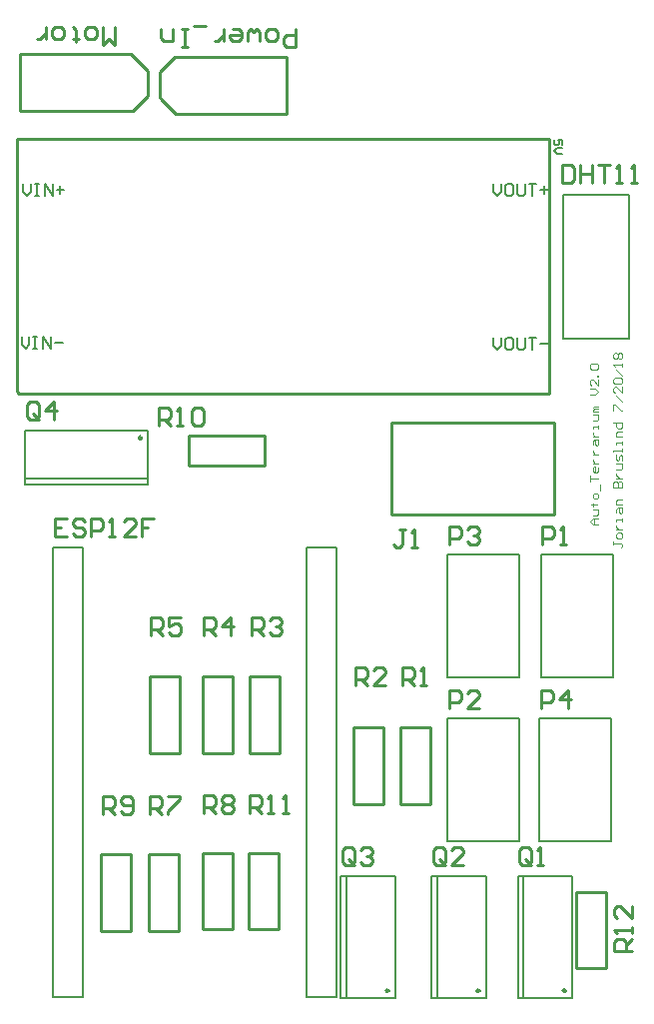
<source format=gto>
G04 Layer_Color=15132400*
%FSLAX24Y24*%
%MOIN*%
G70*
G01*
G75*
%ADD30C,0.0079*%
%ADD31C,0.0098*%
%ADD32C,0.0100*%
%ADD33C,0.0080*%
%ADD34C,0.0059*%
%ADD35C,0.0039*%
D30*
X27992Y20866D02*
X30394D01*
X27992D02*
Y24961D01*
X30394D01*
Y20866D02*
Y24961D01*
X24882Y15394D02*
X27283D01*
X24882D02*
Y19488D01*
X27283D01*
Y15394D02*
Y19488D01*
X24882Y20866D02*
X27283D01*
X24882D02*
Y24961D01*
X27283D01*
Y20866D02*
Y24961D01*
X27953Y15394D02*
X30354D01*
X27953D02*
Y19488D01*
X30354D01*
Y15394D02*
Y19488D01*
X28732Y36967D02*
X30932D01*
X28732Y32167D02*
Y36967D01*
Y32167D02*
X30932D01*
Y36967D01*
X10787Y27500D02*
X14882D01*
X14882Y27303D02*
Y29114D01*
X10787D02*
X14882D01*
X10787Y27303D02*
Y29114D01*
Y27303D02*
X14882D01*
X27421Y10157D02*
Y14252D01*
X27224Y10157D02*
X29035D01*
Y14252D01*
X27224D02*
X29035D01*
X27224Y10157D02*
Y14252D01*
X24547Y10157D02*
Y14252D01*
X24350Y10157D02*
X26161D01*
Y14252D01*
X24350D02*
X26161D01*
X24350Y10157D02*
Y14252D01*
X21516Y10157D02*
Y14252D01*
X21319Y10157D02*
X23130D01*
Y14252D01*
X21319D02*
X23130D01*
X21319Y10157D02*
Y14252D01*
D31*
X14675Y28858D02*
G03*
X14675Y28858I-49J0D01*
G01*
X28829Y10413D02*
G03*
X28829Y10413I-49J0D01*
G01*
X25955D02*
G03*
X25955Y10413I-49J0D01*
G01*
X22923D02*
G03*
X22923Y10413I-49J0D01*
G01*
D32*
X10510Y37650D02*
Y38850D01*
X28260D01*
Y30350D02*
Y38850D01*
X10560Y30350D02*
X28260D01*
X10510Y30400D02*
X10560Y30350D01*
X10510Y30400D02*
Y37650D01*
X19507Y40630D02*
Y40680D01*
X18157Y41580D02*
X18307D01*
X19507Y40680D02*
Y41580D01*
X16307D02*
X19507D01*
X18257Y39680D02*
X19507D01*
Y40630D01*
X15757Y41580D02*
X16307D01*
X15257Y41080D02*
X15757Y41580D01*
X15807Y39680D02*
X18257D01*
X15307Y40180D02*
X15807Y39680D01*
X15257Y40230D02*
X15307Y40180D01*
X15257Y40230D02*
Y41080D01*
X23002Y26309D02*
Y29360D01*
X28455D01*
Y26309D02*
Y29360D01*
X23002Y26309D02*
X28455D01*
X30185Y11159D02*
Y13709D01*
X29185Y11159D02*
X30185D01*
X29185D02*
Y13709D01*
X30185D01*
X10611Y40659D02*
Y40709D01*
X11811Y39759D02*
X11961D01*
X10611D02*
Y40659D01*
Y39759D02*
X13811D01*
X10611Y41659D02*
X11861D01*
X10611Y40709D02*
Y41659D01*
X13811Y39759D02*
X14361D01*
X14861Y40259D01*
X11861Y41659D02*
X14311D01*
X14811Y41159D01*
X14861Y41109D01*
Y40259D02*
Y41109D01*
X19240Y12459D02*
Y15009D01*
X18240Y12459D02*
X19240D01*
X18240D02*
Y15009D01*
X19240D01*
X16238Y27925D02*
X18788D01*
X16238D02*
Y28925D01*
X18788D01*
Y27925D02*
Y28925D01*
X23319Y16645D02*
Y19195D01*
X24319D01*
Y16645D02*
Y19195D01*
X23319Y16645D02*
X24319D01*
X21744D02*
Y19195D01*
X22744D01*
Y16645D02*
Y19195D01*
X21744Y16645D02*
X22744D01*
X18280Y18338D02*
Y20888D01*
X19280D01*
Y18338D02*
Y20888D01*
X18280Y18338D02*
X19280D01*
X16705D02*
Y20888D01*
X17705D01*
Y18338D02*
Y20888D01*
X16705Y18338D02*
X17705D01*
X14933D02*
Y20888D01*
X15933D01*
Y18338D02*
Y20888D01*
X14933Y18338D02*
X15933D01*
X15894Y12419D02*
Y14969D01*
X14894Y12419D02*
X15894D01*
X14894D02*
Y14969D01*
X15894D01*
X17705Y12459D02*
Y15009D01*
X16705Y12459D02*
X17705D01*
X16705D02*
Y15009D01*
X17705D01*
X14319Y12419D02*
Y14969D01*
X13319Y12419D02*
X14319D01*
X13319D02*
Y14969D01*
X14319D01*
X31024Y11732D02*
X30424D01*
Y12032D01*
X30524Y12132D01*
X30724D01*
X30824Y12032D01*
Y11732D01*
Y11932D02*
X31024Y12132D01*
Y12332D02*
Y12532D01*
Y12432D01*
X30424D01*
X30524Y12332D01*
X31024Y13232D02*
Y12832D01*
X30624Y13232D01*
X30524D01*
X30424Y13132D01*
Y12932D01*
X30524Y12832D01*
X23471Y25797D02*
X23271D01*
X23371D01*
Y25297D01*
X23271Y25197D01*
X23171D01*
X23071Y25297D01*
X23671Y25197D02*
X23871D01*
X23771D01*
Y25797D01*
X23671Y25697D01*
X28018Y19825D02*
Y20425D01*
X28318D01*
X28418Y20325D01*
Y20125D01*
X28318Y20025D01*
X28018D01*
X28918Y19825D02*
Y20425D01*
X28618Y20125D01*
X29018D01*
X24942Y25297D02*
Y25897D01*
X25242D01*
X25342Y25797D01*
Y25597D01*
X25242Y25497D01*
X24942D01*
X25542Y25797D02*
X25642Y25897D01*
X25842D01*
X25942Y25797D01*
Y25697D01*
X25842Y25597D01*
X25742D01*
X25842D01*
X25942Y25497D01*
Y25397D01*
X25842Y25297D01*
X25642D01*
X25542Y25397D01*
X24940Y19828D02*
Y20428D01*
X25240D01*
X25340Y20328D01*
Y20128D01*
X25240Y20028D01*
X24940D01*
X25940Y19828D02*
X25540D01*
X25940Y20228D01*
Y20328D01*
X25840Y20428D01*
X25640D01*
X25540Y20328D01*
X28056Y25298D02*
Y25897D01*
X28356D01*
X28456Y25797D01*
Y25597D01*
X28356Y25497D01*
X28056D01*
X28656Y25298D02*
X28856D01*
X28756D01*
Y25897D01*
X28656Y25797D01*
X18287Y16351D02*
Y16951D01*
X18587D01*
X18687Y16851D01*
Y16651D01*
X18587Y16551D01*
X18287D01*
X18487D02*
X18687Y16351D01*
X18887D02*
X19087D01*
X18987D01*
Y16951D01*
X18887Y16851D01*
X19387Y16351D02*
X19587D01*
X19487D01*
Y16951D01*
X19387Y16851D01*
X15249Y29274D02*
Y29874D01*
X15549D01*
X15649Y29774D01*
Y29574D01*
X15549Y29474D01*
X15249D01*
X15449D02*
X15649Y29274D01*
X15849D02*
X16049D01*
X15949D01*
Y29874D01*
X15849Y29774D01*
X16349D02*
X16449Y29874D01*
X16649D01*
X16749Y29774D01*
Y29374D01*
X16649Y29274D01*
X16449D01*
X16349Y29374D01*
Y29774D01*
X13368Y16310D02*
Y16909D01*
X13668D01*
X13768Y16809D01*
Y16609D01*
X13668Y16509D01*
X13368D01*
X13568D02*
X13768Y16310D01*
X13968Y16409D02*
X14068Y16310D01*
X14268D01*
X14368Y16409D01*
Y16809D01*
X14268Y16909D01*
X14068D01*
X13968Y16809D01*
Y16709D01*
X14068Y16609D01*
X14368D01*
X16752Y16349D02*
Y16949D01*
X17052D01*
X17152Y16849D01*
Y16649D01*
X17052Y16549D01*
X16752D01*
X16952D02*
X17152Y16349D01*
X17352Y16849D02*
X17452Y16949D01*
X17652D01*
X17752Y16849D01*
Y16749D01*
X17652Y16649D01*
X17752Y16549D01*
Y16449D01*
X17652Y16349D01*
X17452D01*
X17352Y16449D01*
Y16549D01*
X17452Y16649D01*
X17352Y16749D01*
Y16849D01*
X17452Y16649D02*
X17652D01*
X14940Y16305D02*
Y16905D01*
X15240D01*
X15340Y16805D01*
Y16605D01*
X15240Y16505D01*
X14940D01*
X15140D02*
X15340Y16305D01*
X15540Y16905D02*
X15939D01*
Y16805D01*
X15540Y16405D01*
Y16305D01*
X14984Y22280D02*
Y22880D01*
X15284D01*
X15384Y22780D01*
Y22580D01*
X15284Y22480D01*
X14984D01*
X15184D02*
X15384Y22280D01*
X15984Y22880D02*
X15584D01*
Y22580D01*
X15784Y22680D01*
X15884D01*
X15984Y22580D01*
Y22380D01*
X15884Y22280D01*
X15684D01*
X15584Y22380D01*
X16750Y22280D02*
Y22880D01*
X17050D01*
X17150Y22780D01*
Y22580D01*
X17050Y22480D01*
X16750D01*
X16950D02*
X17150Y22280D01*
X17650D02*
Y22880D01*
X17350Y22580D01*
X17750D01*
X18330Y22280D02*
Y22880D01*
X18630D01*
X18730Y22780D01*
Y22580D01*
X18630Y22480D01*
X18330D01*
X18530D02*
X18730Y22280D01*
X18930Y22780D02*
X19030Y22880D01*
X19230D01*
X19330Y22780D01*
Y22680D01*
X19230Y22580D01*
X19130D01*
X19230D01*
X19330Y22480D01*
Y22380D01*
X19230Y22280D01*
X19030D01*
X18930Y22380D01*
X21796Y20587D02*
Y21187D01*
X22096D01*
X22196Y21087D01*
Y20887D01*
X22096Y20787D01*
X21796D01*
X21996D02*
X22196Y20587D01*
X22796D02*
X22396D01*
X22796Y20987D01*
Y21087D01*
X22696Y21187D01*
X22496D01*
X22396Y21087D01*
X23366Y20587D02*
Y21187D01*
X23666D01*
X23766Y21087D01*
Y20887D01*
X23666Y20787D01*
X23366D01*
X23566D02*
X23766Y20587D01*
X23966D02*
X24166D01*
X24066D01*
Y21187D01*
X23966Y21087D01*
X11253Y29555D02*
Y29955D01*
X11153Y30055D01*
X10953D01*
X10853Y29955D01*
Y29555D01*
X10953Y29455D01*
X11153D01*
X11053Y29655D02*
X11253Y29455D01*
X11153D02*
X11253Y29555D01*
X11753Y29455D02*
Y30055D01*
X11453Y29755D01*
X11853D01*
X21780Y14690D02*
Y15090D01*
X21680Y15190D01*
X21480D01*
X21380Y15090D01*
Y14690D01*
X21480Y14590D01*
X21680D01*
X21580Y14790D02*
X21780Y14590D01*
X21680D02*
X21780Y14690D01*
X21980Y15090D02*
X22080Y15190D01*
X22280D01*
X22380Y15090D01*
Y14990D01*
X22280Y14890D01*
X22180D01*
X22280D01*
X22380Y14790D01*
Y14690D01*
X22280Y14590D01*
X22080D01*
X21980Y14690D01*
X24810D02*
Y15090D01*
X24710Y15190D01*
X24510D01*
X24410Y15090D01*
Y14690D01*
X24510Y14590D01*
X24710D01*
X24610Y14790D02*
X24810Y14590D01*
X24710D02*
X24810Y14690D01*
X25410Y14590D02*
X25010D01*
X25410Y14990D01*
Y15090D01*
X25310Y15190D01*
X25110D01*
X25010Y15090D01*
X27682Y14690D02*
Y15090D01*
X27582Y15190D01*
X27383D01*
X27283Y15090D01*
Y14690D01*
X27383Y14590D01*
X27582D01*
X27483Y14790D02*
X27682Y14590D01*
X27582D02*
X27682Y14690D01*
X27882Y14590D02*
X28082D01*
X27982D01*
Y15190D01*
X27882Y15090D01*
X19803Y42520D02*
Y41920D01*
X19503D01*
X19403Y42020D01*
Y42220D01*
X19503Y42320D01*
X19803D01*
X19103Y42520D02*
X18903D01*
X18803Y42420D01*
Y42220D01*
X18903Y42120D01*
X19103D01*
X19203Y42220D01*
Y42420D01*
X19103Y42520D01*
X18604Y42120D02*
Y42420D01*
X18504Y42520D01*
X18404Y42420D01*
X18304Y42520D01*
X18204Y42420D01*
Y42120D01*
X17704Y42520D02*
X17904D01*
X18004Y42420D01*
Y42220D01*
X17904Y42120D01*
X17704D01*
X17604Y42220D01*
Y42320D01*
X18004D01*
X17404Y42120D02*
Y42520D01*
Y42320D01*
X17304Y42220D01*
X17204Y42120D01*
X17104D01*
X16804Y42620D02*
X16404D01*
X16204Y41920D02*
X16004D01*
X16104D01*
Y42520D01*
X16204D01*
X16004D01*
X15704D02*
Y42120D01*
X15405D01*
X15305Y42220D01*
Y42520D01*
X12160Y26160D02*
X11760D01*
Y25560D01*
X12160D01*
X11760Y25860D02*
X11960D01*
X12760Y26060D02*
X12660Y26160D01*
X12460D01*
X12360Y26060D01*
Y25960D01*
X12460Y25860D01*
X12660D01*
X12760Y25760D01*
Y25660D01*
X12660Y25560D01*
X12460D01*
X12360Y25660D01*
X12960Y25560D02*
Y26160D01*
X13260D01*
X13359Y26060D01*
Y25860D01*
X13260Y25760D01*
X12960D01*
X13559Y25560D02*
X13759D01*
X13659D01*
Y26160D01*
X13559Y26060D01*
X14459Y25560D02*
X14059D01*
X14459Y25960D01*
Y26060D01*
X14359Y26160D01*
X14159D01*
X14059Y26060D01*
X15059Y26160D02*
X14659D01*
Y25860D01*
X14859D01*
X14659D01*
Y25560D01*
X28708Y37981D02*
Y37382D01*
X29008D01*
X29108Y37482D01*
Y37881D01*
X29008Y37981D01*
X28708D01*
X29308D02*
Y37382D01*
Y37682D01*
X29707D01*
Y37981D01*
Y37382D01*
X29907Y37981D02*
X30307D01*
X30107D01*
Y37382D01*
X30507D02*
X30707D01*
X30607D01*
Y37981D01*
X30507Y37881D01*
X31007Y37382D02*
X31207D01*
X31107D01*
Y37981D01*
X31007Y37881D01*
X13780Y42559D02*
Y41959D01*
X13580Y42159D01*
X13380Y41959D01*
Y42559D01*
X13080D02*
X12880D01*
X12780Y42459D01*
Y42259D01*
X12880Y42159D01*
X13080D01*
X13180Y42259D01*
Y42459D01*
X13080Y42559D01*
X12480Y42059D02*
Y42159D01*
X12580D01*
X12380D01*
X12480D01*
Y42459D01*
X12380Y42559D01*
X11980D02*
X11780D01*
X11680Y42459D01*
Y42259D01*
X11780Y42159D01*
X11980D01*
X12080Y42259D01*
Y42459D01*
X11980Y42559D01*
X11480Y42159D02*
Y42559D01*
Y42359D01*
X11380Y42259D01*
X11280Y42159D01*
X11180D01*
D33*
X11705Y25217D02*
X12705D01*
Y10217D02*
Y25217D01*
X11705Y10217D02*
X12705D01*
X11705D02*
Y25217D01*
X20169D02*
X21169D01*
Y10217D02*
Y25217D01*
X20169Y10217D02*
X21169D01*
X20169D02*
Y25217D01*
D34*
X28720Y38622D02*
Y38819D01*
X28573D01*
X28622Y38721D01*
Y38671D01*
X28573Y38622D01*
X28474D01*
X28425Y38671D01*
Y38770D01*
X28474Y38819D01*
X28720Y38524D02*
X28524D01*
X28425Y38425D01*
X28524Y38327D01*
X28720D01*
X10710Y37343D02*
Y37081D01*
X10841Y36950D01*
X10972Y37081D01*
Y37343D01*
X11103D02*
X11235D01*
X11169D01*
Y36950D01*
X11103D01*
X11235D01*
X11431D02*
Y37343D01*
X11694Y36950D01*
Y37343D01*
X11825Y37146D02*
X12087D01*
X11956Y37278D02*
Y37015D01*
X10660Y32243D02*
Y31981D01*
X10791Y31850D01*
X10922Y31981D01*
Y32243D01*
X11053D02*
X11185D01*
X11119D01*
Y31850D01*
X11053D01*
X11185D01*
X11381D02*
Y32243D01*
X11644Y31850D01*
Y32243D01*
X11775Y32046D02*
X12037D01*
X26410Y32193D02*
Y31931D01*
X26541Y31800D01*
X26672Y31931D01*
Y32193D01*
X27000D02*
X26869D01*
X26803Y32128D01*
Y31865D01*
X26869Y31800D01*
X27000D01*
X27066Y31865D01*
Y32128D01*
X27000Y32193D01*
X27197D02*
Y31865D01*
X27263Y31800D01*
X27394D01*
X27459Y31865D01*
Y32193D01*
X27591D02*
X27853D01*
X27722D01*
Y31800D01*
X27984Y31996D02*
X28247D01*
X26410Y37343D02*
Y37081D01*
X26541Y36950D01*
X26672Y37081D01*
Y37343D01*
X27000D02*
X26869D01*
X26803Y37278D01*
Y37015D01*
X26869Y36950D01*
X27000D01*
X27066Y37015D01*
Y37278D01*
X27000Y37343D01*
X27197D02*
Y37015D01*
X27263Y36950D01*
X27394D01*
X27459Y37015D01*
Y37343D01*
X27591D02*
X27853D01*
X27722D01*
Y36950D01*
X27984Y37146D02*
X28247D01*
X28115Y37278D02*
Y37015D01*
D35*
X30413Y25394D02*
Y25295D01*
Y25344D01*
X30659D01*
X30709Y25295D01*
Y25246D01*
X30659Y25197D01*
X30709Y25541D02*
Y25640D01*
X30659Y25689D01*
X30561D01*
X30512Y25640D01*
Y25541D01*
X30561Y25492D01*
X30659D01*
X30709Y25541D01*
X30512Y25787D02*
X30709D01*
X30610D01*
X30561Y25836D01*
X30512Y25886D01*
Y25935D01*
X30709Y26082D02*
Y26181D01*
Y26132D01*
X30512D01*
Y26082D01*
Y26378D02*
Y26476D01*
X30561Y26525D01*
X30709D01*
Y26378D01*
X30659Y26328D01*
X30610Y26378D01*
Y26525D01*
X30709Y26624D02*
X30512D01*
Y26771D01*
X30561Y26820D01*
X30709D01*
X30413Y27214D02*
X30709D01*
Y27362D01*
X30659Y27411D01*
X30610D01*
X30561Y27362D01*
Y27214D01*
Y27362D01*
X30512Y27411D01*
X30463D01*
X30413Y27362D01*
Y27214D01*
X30512Y27509D02*
X30709D01*
X30610D01*
X30561Y27558D01*
X30512Y27607D01*
Y27657D01*
Y27804D02*
X30659D01*
X30709Y27853D01*
Y28001D01*
X30512D01*
X30709Y28099D02*
Y28247D01*
X30659Y28296D01*
X30610Y28247D01*
Y28149D01*
X30561Y28099D01*
X30512Y28149D01*
Y28296D01*
X30709Y28395D02*
Y28493D01*
Y28444D01*
X30413D01*
Y28395D01*
X30709Y28641D02*
Y28739D01*
Y28690D01*
X30512D01*
Y28641D01*
X30709Y28887D02*
X30512D01*
Y29034D01*
X30561Y29083D01*
X30709D01*
X30413Y29379D02*
X30709D01*
Y29231D01*
X30659Y29182D01*
X30561D01*
X30512Y29231D01*
Y29379D01*
X30413Y29772D02*
Y29969D01*
X30463D01*
X30659Y29772D01*
X30709D01*
Y30067D02*
X30512Y30264D01*
X30709Y30559D02*
Y30363D01*
X30512Y30559D01*
X30463D01*
X30413Y30510D01*
Y30412D01*
X30463Y30363D01*
Y30658D02*
X30413Y30707D01*
Y30805D01*
X30463Y30854D01*
X30659D01*
X30709Y30805D01*
Y30707D01*
X30659Y30658D01*
X30463D01*
X30709Y30953D02*
X30512Y31150D01*
X30709Y31248D02*
Y31346D01*
Y31297D01*
X30413D01*
X30463Y31248D01*
Y31494D02*
X30413Y31543D01*
Y31642D01*
X30463Y31691D01*
X30512D01*
X30561Y31642D01*
X30610Y31691D01*
X30659D01*
X30709Y31642D01*
Y31543D01*
X30659Y31494D01*
X30610D01*
X30561Y31543D01*
X30512Y31494D01*
X30463D01*
X30561Y31543D02*
Y31642D01*
X29921Y25984D02*
X29724D01*
X29626Y26083D01*
X29724Y26181D01*
X29921D01*
X29774D01*
Y25984D01*
X29724Y26279D02*
X29872D01*
X29921Y26329D01*
Y26476D01*
X29724D01*
X29675Y26624D02*
X29724D01*
Y26575D01*
Y26673D01*
Y26624D01*
X29872D01*
X29921Y26673D01*
Y26870D02*
Y26968D01*
X29872Y27017D01*
X29774D01*
X29724Y26968D01*
Y26870D01*
X29774Y26821D01*
X29872D01*
X29921Y26870D01*
X29970Y27116D02*
Y27313D01*
X29626Y27411D02*
Y27608D01*
Y27509D01*
X29921D01*
Y27854D02*
Y27755D01*
X29872Y27706D01*
X29774D01*
X29724Y27755D01*
Y27854D01*
X29774Y27903D01*
X29823D01*
Y27706D01*
X29724Y28001D02*
X29921D01*
X29823D01*
X29774Y28051D01*
X29724Y28100D01*
Y28149D01*
Y28296D02*
X29921D01*
X29823D01*
X29774Y28346D01*
X29724Y28395D01*
Y28444D01*
Y28641D02*
Y28739D01*
X29774Y28788D01*
X29921D01*
Y28641D01*
X29872Y28592D01*
X29823Y28641D01*
Y28788D01*
X29724Y28887D02*
X29921D01*
X29823D01*
X29774Y28936D01*
X29724Y28985D01*
Y29034D01*
X29921Y29182D02*
Y29280D01*
Y29231D01*
X29724D01*
Y29182D01*
Y29428D02*
X29872D01*
X29921Y29477D01*
Y29625D01*
X29724D01*
X29921Y29723D02*
X29724D01*
Y29772D01*
X29774Y29822D01*
X29921D01*
X29774D01*
X29724Y29871D01*
X29774Y29920D01*
X29921D01*
X29626Y30314D02*
X29823D01*
X29921Y30412D01*
X29823Y30510D01*
X29626D01*
X29921Y30806D02*
Y30609D01*
X29724Y30806D01*
X29675D01*
X29626Y30756D01*
Y30658D01*
X29675Y30609D01*
X29921Y30904D02*
X29872D01*
Y30953D01*
X29921D01*
Y30904D01*
X29675Y31150D02*
X29626Y31199D01*
Y31298D01*
X29675Y31347D01*
X29872D01*
X29921Y31298D01*
Y31199D01*
X29872Y31150D01*
X29675D01*
M02*

</source>
